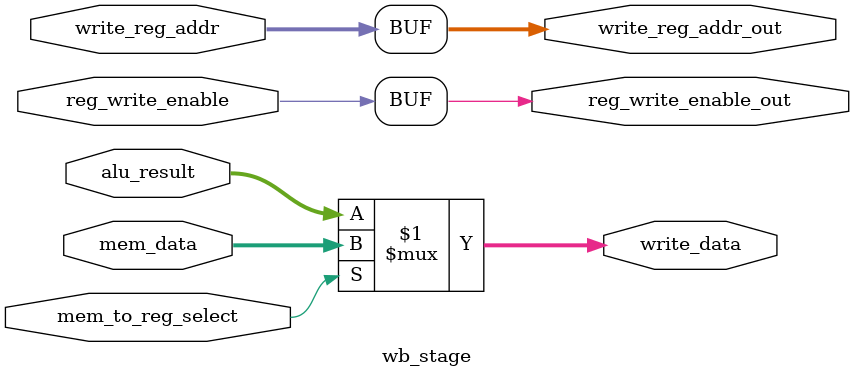
<source format=v>
module wb_stage (
    // Control Signals
    input wire mem_to_reg_select,        // Selects between ALU result and memory data
    input wire reg_write_enable,         // Enable writing to register file
    
    // Data Inputs
    input wire [31:0] alu_result,       // Result from ALU
    input wire [31:0] mem_data,         // Data read from memory
    input wire [3:0] write_reg_addr,    // Register address to write to
    
    // Outputs
    output wire [31:0] write_data,      // Data to be written to register file
    output wire [3:0] write_reg_addr_out, // Register address output
    output wire reg_write_enable_out     // Register write enable output
);

    // Multiplexer to select between ALU result and memory data
    assign write_data = mem_to_reg_select ? mem_data : alu_result;
    
    // Pass through signals
    assign write_reg_addr_out = write_reg_addr;
    assign reg_write_enable_out = reg_write_enable;

endmodule
</source>
